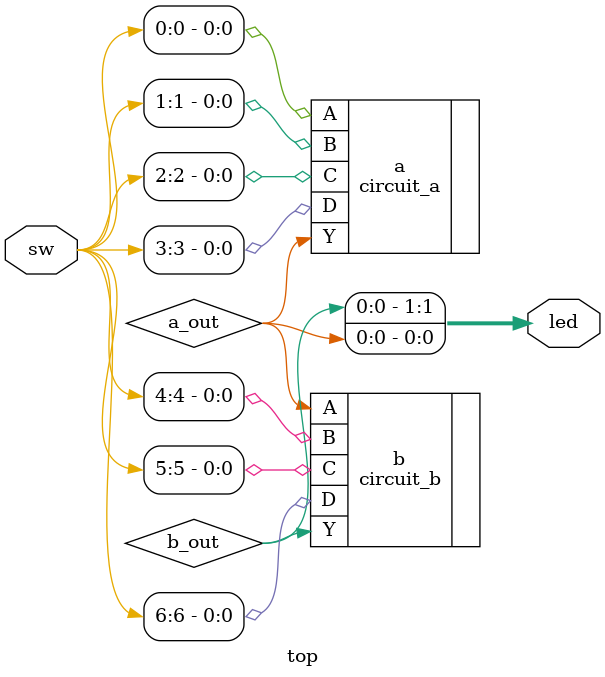
<source format=v>
module top(
    input [6:0] sw,
    output [1:0] led
);

wire a_out;
wire b_out;

circuit_a a(
    .A(sw[0]),
    .B(sw[1]),
    .C(sw[2]),
    .D(sw[3]),
    .Y(a_out)
);

circuit_b b(
    .A(a_out),
    .B(sw[4]),
    .C(sw[5]),
    .D(sw[6]),
    .Y(b_out)
);

assign led[0] = a_out;
assign led[1] = b_out;

endmodule
</source>
